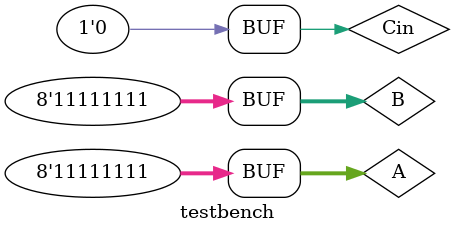
<source format=sv>

`include "Sumador.sv"


`timescale 1ns/1ps

module testbench;
  
  reg [7:0] A, B;
  reg Cin;
  
  wire [7:0] resultado;
  wire cout;
  
  sumador DUT (.A(A),
               .B(B),
               .Cin(Cin),
               .S(resultado),
               .Cout(cout));

  initial begin
    A=8'b11111111; B=8'b11111111; Cin=0;
 
  end
  
  initial begin
    //print
    $monitor("Cout=%b, Res=%b", cout, resultado);

  end


    
endmodule
</source>
